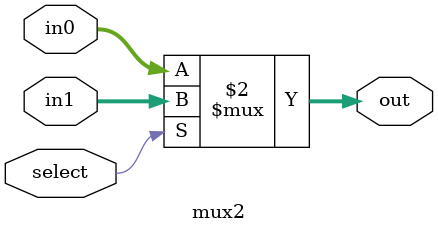
<source format=sv>
`timescale 1ns/1ps
`default_nettype none

module mux2(in0, in1, select, out);
   // Parameters
   parameter N = 32;

   // Ports
   input wire [(N-1):0] in0, in1;
   input wire select;
   output logic [(N-1):0] out;

   always_comb out = select ? in1 : in0;
endmodule

</source>
